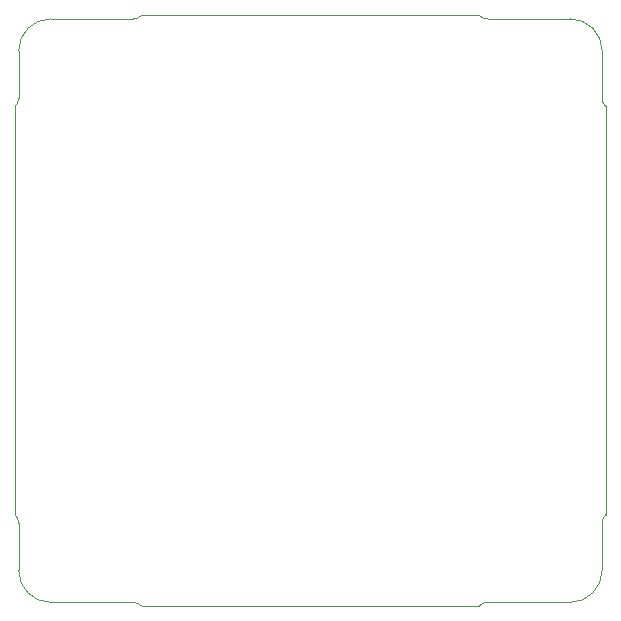
<source format=gm1>
G04 #@! TF.GenerationSoftware,KiCad,Pcbnew,(6.0.9)*
G04 #@! TF.CreationDate,2022-12-08T09:40:08+09:00*
G04 #@! TF.ProjectId,M5StackLocoNetModule,4d355374-6163-46b4-9c6f-636f4e65744d,rev?*
G04 #@! TF.SameCoordinates,PX6146580PY90f5600*
G04 #@! TF.FileFunction,Profile,NP*
%FSLAX46Y46*%
G04 Gerber Fmt 4.6, Leading zero omitted, Abs format (unit mm)*
G04 Created by KiCad (PCBNEW (6.0.9)) date 2022-12-08 09:40:08*
%MOMM*%
%LPD*%
G01*
G04 APERTURE LIST*
G04 #@! TA.AperFunction,Profile*
%ADD10C,0.050000*%
G04 #@! TD*
G04 APERTURE END LIST*
D10*
X47000000Y49700000D02*
X40000000Y49700000D01*
X39287974Y49997847D02*
G75*
G03*
X40000000Y49700000I712026J702153D01*
G01*
X10000000Y49700001D02*
G75*
G03*
X10713250Y49999091I0J999999D01*
G01*
X49700000Y47000000D02*
G75*
G03*
X47000000Y49700000I-2700000J0D01*
G01*
X47000000Y300000D02*
G75*
G03*
X49700000Y3000000I0J2700000D01*
G01*
X300000Y3000000D02*
G75*
G03*
X3000000Y300000I2700000J0D01*
G01*
X10714473Y-337D02*
X39287974Y2153D01*
X39287974Y49997847D02*
X10713250Y49999091D01*
X50000337Y7714473D02*
G75*
G03*
X49700000Y7000000I699663J-714473D01*
G01*
X50000000Y42285918D02*
X50000337Y7714473D01*
X300000Y7000000D02*
G75*
G03*
X-337Y7714473I-1000000J0D01*
G01*
X40000000Y300000D02*
G75*
G03*
X39287974Y2153I0J-1000000D01*
G01*
X10714473Y-337D02*
G75*
G03*
X10000000Y300000I-714473J-699663D01*
G01*
X3000000Y49700000D02*
X10000000Y49700000D01*
X300000Y47000000D02*
X300000Y43000000D01*
X909Y42286750D02*
G75*
G03*
X300000Y43000000I-700909J713250D01*
G01*
X-337Y7714473D02*
X909Y42286750D01*
X49700000Y3000000D02*
X49700000Y7000000D01*
X49700013Y43000000D02*
G75*
G03*
X50000000Y42285918I999887J0D01*
G01*
X300000Y3000000D02*
X300000Y7000000D01*
X49700000Y47000000D02*
X49700000Y43000000D01*
X3000000Y300000D02*
X10000000Y300000D01*
X3000000Y49700000D02*
G75*
G03*
X300000Y47000000I0J-2700000D01*
G01*
X47000000Y300000D02*
X40000000Y300000D01*
M02*

</source>
